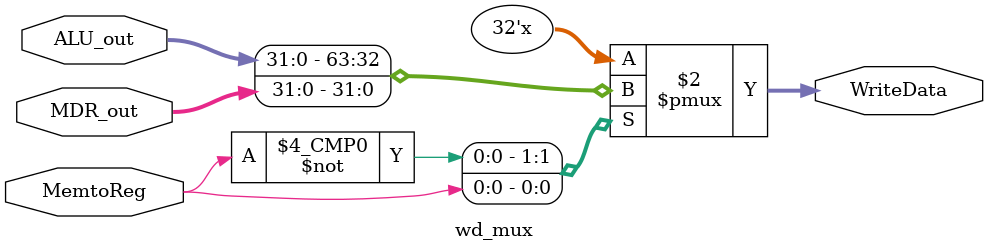
<source format=v>
`timescale 1ns / 1ps


module wd_mux(
    input [31:0] ALU_out,
    input MemtoReg,
    input [31:0] MDR_out,
    output reg [31:0] WriteData
    );
    always@* begin
        case(MemtoReg)
            0 :  WriteData = ALU_out;
            1 :  WriteData = MDR_out;
        endcase
    end
endmodule

</source>
